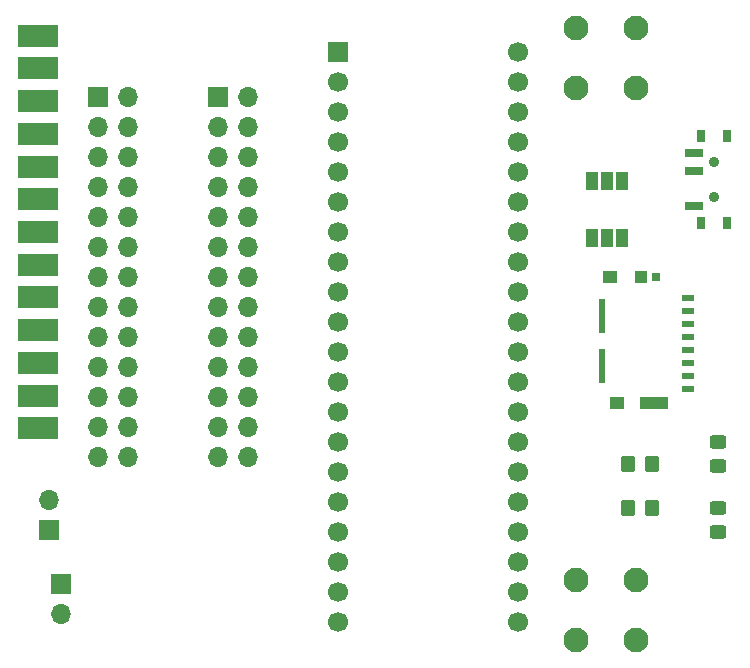
<source format=gts>
%TF.GenerationSoftware,KiCad,Pcbnew,(6.0.4-0)*%
%TF.CreationDate,2022-11-20T14:03:23-07:00*%
%TF.ProjectId,bluescsi_iigs_internal,626c7565-7363-4736-995f-696967735f69,rev?*%
%TF.SameCoordinates,Original*%
%TF.FileFunction,Soldermask,Top*%
%TF.FilePolarity,Negative*%
%FSLAX46Y46*%
G04 Gerber Fmt 4.6, Leading zero omitted, Abs format (unit mm)*
G04 Created by KiCad (PCBNEW (6.0.4-0)) date 2022-11-20 14:03:23*
%MOMM*%
%LPD*%
G01*
G04 APERTURE LIST*
G04 Aperture macros list*
%AMRoundRect*
0 Rectangle with rounded corners*
0 $1 Rounding radius*
0 $2 $3 $4 $5 $6 $7 $8 $9 X,Y pos of 4 corners*
0 Add a 4 corners polygon primitive as box body*
4,1,4,$2,$3,$4,$5,$6,$7,$8,$9,$2,$3,0*
0 Add four circle primitives for the rounded corners*
1,1,$1+$1,$2,$3*
1,1,$1+$1,$4,$5*
1,1,$1+$1,$6,$7*
1,1,$1+$1,$8,$9*
0 Add four rect primitives between the rounded corners*
20,1,$1+$1,$2,$3,$4,$5,0*
20,1,$1+$1,$4,$5,$6,$7,0*
20,1,$1+$1,$6,$7,$8,$9,0*
20,1,$1+$1,$8,$9,$2,$3,0*%
G04 Aperture macros list end*
%ADD10R,1.700000X1.700000*%
%ADD11C,1.700000*%
%ADD12R,1.500000X0.700000*%
%ADD13R,0.800000X1.000000*%
%ADD14C,0.900000*%
%ADD15RoundRect,0.249999X0.350001X0.450001X-0.350001X0.450001X-0.350001X-0.450001X0.350001X-0.450001X0*%
%ADD16RoundRect,0.249999X-0.450001X0.325001X-0.450001X-0.325001X0.450001X-0.325001X0.450001X0.325001X0*%
%ADD17R,1.000000X1.500000*%
%ADD18RoundRect,0.249999X-0.350001X-0.450001X0.350001X-0.450001X0.350001X0.450001X-0.350001X0.450001X0*%
%ADD19O,1.700000X1.700000*%
%ADD20C,2.100000*%
%ADD21RoundRect,0.249999X0.450001X-0.325001X0.450001X0.325001X-0.450001X0.325001X-0.450001X-0.325001X0*%
%ADD22R,0.550000X2.910000*%
%ADD23R,2.390000X1.050000*%
%ADD24R,1.200000X1.050000*%
%ADD25R,1.080000X1.050000*%
%ADD26R,0.780000X0.720000*%
%ADD27R,1.000000X0.500000*%
%ADD28R,3.480000X1.846667*%
G04 APERTURE END LIST*
D10*
%TO.C,U1*%
X152400000Y-50800000D03*
D11*
X152400000Y-53340000D03*
X152400000Y-55880000D03*
X152400000Y-58420000D03*
X152400000Y-60960000D03*
X152400000Y-63500000D03*
X152400000Y-66040000D03*
X152400000Y-68580000D03*
X152400000Y-71120000D03*
X152400000Y-73660000D03*
X152400000Y-76200000D03*
X152400000Y-78740000D03*
X152400000Y-81280000D03*
X152400000Y-83820000D03*
X152400000Y-86360000D03*
X152400000Y-88900000D03*
X152400000Y-91440000D03*
X152400000Y-93980000D03*
X152400000Y-96520000D03*
X152400000Y-99060000D03*
X167640000Y-99060000D03*
X167640000Y-96520000D03*
X167640000Y-93980000D03*
X167640000Y-91440000D03*
X167640000Y-88900000D03*
X167640000Y-86360000D03*
X167640000Y-83820000D03*
X167640000Y-81280000D03*
X167640000Y-78740000D03*
X167640000Y-76200000D03*
X167640000Y-73660000D03*
X167640000Y-71120000D03*
X167640000Y-68580000D03*
X167640000Y-66040000D03*
X167640000Y-63500000D03*
X167640000Y-60960000D03*
X167640000Y-58420000D03*
X167640000Y-55880000D03*
X167640000Y-53340000D03*
X167640000Y-50800000D03*
%TD*%
D12*
%TO.C,SW1*%
X182466000Y-59345000D03*
X182466000Y-60845000D03*
X182466000Y-63845000D03*
D13*
X185326000Y-65245000D03*
X183116000Y-65245000D03*
X185326000Y-57945000D03*
D14*
X184226000Y-60095000D03*
X184226000Y-63095000D03*
D13*
X183116000Y-57945000D03*
%TD*%
D15*
%TO.C,R2*%
X178927000Y-89408000D03*
X176927000Y-89408000D03*
%TD*%
D16*
%TO.C,D1*%
X184531000Y-83811000D03*
X184531000Y-85861000D03*
%TD*%
D17*
%TO.C,JP2*%
X173833000Y-66548000D03*
X175133000Y-66548000D03*
X176433000Y-66548000D03*
%TD*%
%TO.C,JP1*%
X173833000Y-61722000D03*
X175133000Y-61722000D03*
X176433000Y-61722000D03*
%TD*%
D18*
%TO.C,R1*%
X176927000Y-85725000D03*
X178927000Y-85725000D03*
%TD*%
D10*
%TO.C,J1*%
X132080000Y-54610000D03*
D19*
X134620000Y-54610000D03*
X132080000Y-57150000D03*
X134620000Y-57150000D03*
X132080000Y-59690000D03*
X134620000Y-59690000D03*
X132080000Y-62230000D03*
X134620000Y-62230000D03*
X132080000Y-64770000D03*
X134620000Y-64770000D03*
X132080000Y-67310000D03*
X134620000Y-67310000D03*
X132080000Y-69850000D03*
X134620000Y-69850000D03*
X132080000Y-72390000D03*
X134620000Y-72390000D03*
X132080000Y-74930000D03*
X134620000Y-74930000D03*
X132080000Y-77470000D03*
X134620000Y-77470000D03*
X132080000Y-80010000D03*
X134620000Y-80010000D03*
X132080000Y-82550000D03*
X134620000Y-82550000D03*
X132080000Y-85090000D03*
X134620000Y-85090000D03*
%TD*%
D10*
%TO.C,J2*%
X142240000Y-54610000D03*
D19*
X144780000Y-54610000D03*
X142240000Y-57150000D03*
X144780000Y-57150000D03*
X142240000Y-59690000D03*
X144780000Y-59690000D03*
X142240000Y-62230000D03*
X144780000Y-62230000D03*
X142240000Y-64770000D03*
X144780000Y-64770000D03*
X142240000Y-67310000D03*
X144780000Y-67310000D03*
X142240000Y-69850000D03*
X144780000Y-69850000D03*
X142240000Y-72390000D03*
X144780000Y-72390000D03*
X142240000Y-74930000D03*
X144780000Y-74930000D03*
X142240000Y-77470000D03*
X144780000Y-77470000D03*
X142240000Y-80010000D03*
X144780000Y-80010000D03*
X142240000Y-82550000D03*
X144780000Y-82550000D03*
X142240000Y-85090000D03*
X144780000Y-85090000D03*
%TD*%
D10*
%TO.C,J4*%
X128905000Y-95885000D03*
D19*
X128905000Y-98425000D03*
%TD*%
D10*
%TO.C,J5*%
X127889000Y-91313000D03*
D19*
X127889000Y-88773000D03*
%TD*%
D20*
%TO.C,M1*%
X177591000Y-95481000D03*
X177591000Y-100561000D03*
X172511000Y-95481000D03*
X172511000Y-100561000D03*
%TD*%
%TO.C,M2*%
X177591000Y-48791000D03*
X172511000Y-48791000D03*
X177591000Y-53871000D03*
X172511000Y-53871000D03*
%TD*%
D21*
%TO.C,D2*%
X184531000Y-91449000D03*
X184531000Y-89399000D03*
%TD*%
D22*
%TO.C,J3*%
X174730000Y-77388000D03*
X174730000Y-73198000D03*
D23*
X179160000Y-80509000D03*
D24*
X175975000Y-80509000D03*
X175405000Y-69859000D03*
D25*
X178015000Y-69859000D03*
D26*
X179285000Y-69874000D03*
D27*
X181965000Y-79334000D03*
X181965000Y-78234000D03*
X181965000Y-77134000D03*
X181965000Y-76034000D03*
X181965000Y-74934000D03*
X181965000Y-73834000D03*
X181965000Y-72734000D03*
X181965000Y-71634000D03*
%TD*%
D28*
%TO.C,J6*%
X127000000Y-49420000D03*
X127000000Y-52190000D03*
X127000000Y-54960000D03*
X127000000Y-57730000D03*
X127000000Y-60500000D03*
X127000000Y-63270000D03*
X127000000Y-66040000D03*
X127000000Y-68810000D03*
X127000000Y-71580000D03*
X127000000Y-74350000D03*
X127000000Y-77120000D03*
X127000000Y-79890000D03*
X127000000Y-82660000D03*
%TD*%
M02*

</source>
